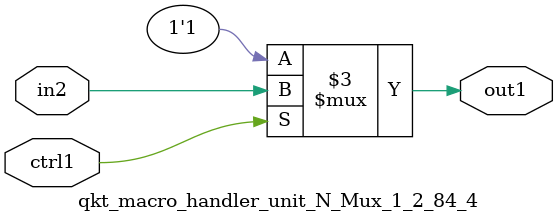
<source format=v>

`timescale 1ps / 1ps


module qkt_macro_handler_unit_N_Mux_1_2_84_4( in2, ctrl1, out1 );

    input in2;
    input ctrl1;
    output out1;
    reg out1;

    
    // rtl_process:qkt_macro_handler_unit_N_Mux_1_2_84_4/qkt_macro_handler_unit_N_Mux_1_2_84_4_thread_1
    always @*
      begin : qkt_macro_handler_unit_N_Mux_1_2_84_4_thread_1
        case (ctrl1) 
          1'b1: 
            begin
              out1 = in2;
            end
          default: 
            begin
              out1 = 1'b1;
            end
        endcase
      end

endmodule





</source>
